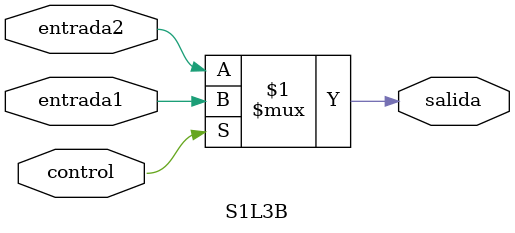
<source format=v>
module S1L3B(entrada1, entrada2, control, salida);

	input entrada1, entrada2, control;
	output salida;
	
	assign salida = (control) ? entrada1 : entrada2;
	
endmodule

</source>
